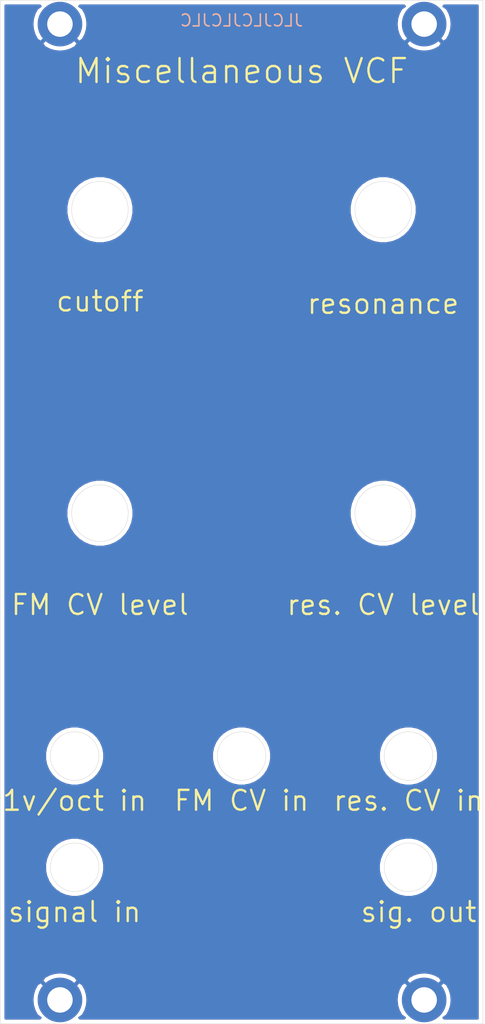
<source format=kicad_pcb>
(kicad_pcb (version 20171130) (host pcbnew 5.1.6-c6e7f7d~87~ubuntu18.04.1)

  (general
    (thickness 1.6)
    (drawings 41)
    (tracks 0)
    (zones 0)
    (modules 4)
    (nets 2)
  )

  (page A4)
  (layers
    (0 F.Cu signal hide)
    (31 B.Cu signal hide)
    (32 B.Adhes user)
    (33 F.Adhes user)
    (34 B.Paste user)
    (35 F.Paste user)
    (36 B.SilkS user)
    (37 F.SilkS user)
    (38 B.Mask user)
    (39 F.Mask user)
    (40 Dwgs.User user)
    (41 Cmts.User user)
    (42 Eco1.User user)
    (43 Eco2.User user)
    (44 Edge.Cuts user)
    (45 Margin user)
    (46 B.CrtYd user)
    (47 F.CrtYd user)
    (48 B.Fab user hide)
    (49 F.Fab user hide)
  )

  (setup
    (last_trace_width 0.25)
    (trace_clearance 0.2)
    (zone_clearance 0.508)
    (zone_45_only no)
    (trace_min 0.2)
    (via_size 0.8)
    (via_drill 0.4)
    (via_min_size 0.4)
    (via_min_drill 0.3)
    (uvia_size 0.3)
    (uvia_drill 0.1)
    (uvias_allowed no)
    (uvia_min_size 0.2)
    (uvia_min_drill 0.1)
    (edge_width 0.05)
    (segment_width 0.2)
    (pcb_text_width 0.3)
    (pcb_text_size 1.5 1.5)
    (mod_edge_width 0.12)
    (mod_text_size 1 1)
    (mod_text_width 0.15)
    (pad_size 1.524 1.524)
    (pad_drill 0.762)
    (pad_to_mask_clearance 0.05)
    (aux_axis_origin 0 0)
    (visible_elements FFFFFF7F)
    (pcbplotparams
      (layerselection 0x010f0_ffffffff)
      (usegerberextensions false)
      (usegerberattributes true)
      (usegerberadvancedattributes true)
      (creategerberjobfile false)
      (excludeedgelayer true)
      (linewidth 0.100000)
      (plotframeref false)
      (viasonmask false)
      (mode 1)
      (useauxorigin false)
      (hpglpennumber 1)
      (hpglpenspeed 20)
      (hpglpendiameter 15.000000)
      (psnegative false)
      (psa4output false)
      (plotreference true)
      (plotvalue true)
      (plotinvisibletext false)
      (padsonsilk false)
      (subtractmaskfromsilk false)
      (outputformat 1)
      (mirror false)
      (drillshape 0)
      (scaleselection 1)
      (outputdirectory "../construction_docs/gerbers/"))
  )

  (net 0 "")
  (net 1 GND)

  (net_class Default "This is the default net class."
    (clearance 0.2)
    (trace_width 0.25)
    (via_dia 0.8)
    (via_drill 0.4)
    (uvia_dia 0.3)
    (uvia_drill 0.1)
    (add_net GND)
  )

  (module MountingHole:MountingHole_3.2mm_M3_DIN965_Pad (layer F.Cu) (tedit 56D1B4CB) (tstamp 5F0CC472)
    (at 53.22 125.5)
    (descr "Mounting Hole 3.2mm, M3, DIN965")
    (tags "mounting hole 3.2mm m3 din965")
    (path /5F0CDCDB)
    (attr virtual)
    (fp_text reference H4 (at 0 -3.8) (layer F.SilkS) hide
      (effects (font (size 1 1) (thickness 0.15)))
    )
    (fp_text value MountingHole_Pad (at 0 3.8) (layer F.Fab)
      (effects (font (size 1 1) (thickness 0.15)))
    )
    (fp_circle (center 0 0) (end 2.8 0) (layer Cmts.User) (width 0.15))
    (fp_circle (center 0 0) (end 3.05 0) (layer F.CrtYd) (width 0.05))
    (fp_text user %R (at 0.3 0) (layer F.Fab)
      (effects (font (size 1 1) (thickness 0.15)))
    )
    (pad 1 thru_hole circle (at 0 0) (size 5.6 5.6) (drill 3.2) (layers *.Cu *.Mask)
      (net 1 GND))
  )

  (module MountingHole:MountingHole_3.2mm_M3_DIN965_Pad (layer F.Cu) (tedit 56D1B4CB) (tstamp 5F0CC46A)
    (at 53.22 3)
    (descr "Mounting Hole 3.2mm, M3, DIN965")
    (tags "mounting hole 3.2mm m3 din965")
    (path /5F0CDCCF)
    (attr virtual)
    (fp_text reference H3 (at 0 -3.8) (layer F.SilkS) hide
      (effects (font (size 1 1) (thickness 0.15)))
    )
    (fp_text value MountingHole_Pad (at 0 3.8) (layer F.Fab)
      (effects (font (size 1 1) (thickness 0.15)))
    )
    (fp_circle (center 0 0) (end 2.8 0) (layer Cmts.User) (width 0.15))
    (fp_circle (center 0 0) (end 3.05 0) (layer F.CrtYd) (width 0.05))
    (fp_text user %R (at 0.3 0) (layer F.Fab)
      (effects (font (size 1 1) (thickness 0.15)))
    )
    (pad 1 thru_hole circle (at 0 0) (size 5.6 5.6) (drill 3.2) (layers *.Cu *.Mask)
      (net 1 GND))
  )

  (module MountingHole:MountingHole_3.2mm_M3_DIN965_Pad (layer F.Cu) (tedit 56D1B4CB) (tstamp 5F0CC462)
    (at 7.5 125.5)
    (descr "Mounting Hole 3.2mm, M3, DIN965")
    (tags "mounting hole 3.2mm m3 din965")
    (path /5F0CD083)
    (attr virtual)
    (fp_text reference H2 (at 0 -3.8) (layer F.SilkS) hide
      (effects (font (size 1 1) (thickness 0.15)))
    )
    (fp_text value MountingHole_Pad (at 0 3.8) (layer F.Fab)
      (effects (font (size 1 1) (thickness 0.15)))
    )
    (fp_circle (center 0 0) (end 2.8 0) (layer Cmts.User) (width 0.15))
    (fp_circle (center 0 0) (end 3.05 0) (layer F.CrtYd) (width 0.05))
    (fp_text user %R (at 0.3 0) (layer F.Fab)
      (effects (font (size 1 1) (thickness 0.15)))
    )
    (pad 1 thru_hole circle (at 0 0) (size 5.6 5.6) (drill 3.2) (layers *.Cu *.Mask)
      (net 1 GND))
  )

  (module MountingHole:MountingHole_3.2mm_M3_DIN965_Pad (layer F.Cu) (tedit 56D1B4CB) (tstamp 5F0CC45A)
    (at 7.5 3)
    (descr "Mounting Hole 3.2mm, M3, DIN965")
    (tags "mounting hole 3.2mm m3 din965")
    (path /5F0CC352)
    (attr virtual)
    (fp_text reference H1 (at 0 -3.8) (layer F.SilkS) hide
      (effects (font (size 1 1) (thickness 0.15)))
    )
    (fp_text value MountingHole_Pad (at 0 3.8) (layer F.Fab)
      (effects (font (size 1 1) (thickness 0.15)))
    )
    (fp_circle (center 0 0) (end 2.8 0) (layer Cmts.User) (width 0.15))
    (fp_circle (center 0 0) (end 3.05 0) (layer F.CrtYd) (width 0.05))
    (fp_text user %R (at 0.3 0) (layer F.Fab)
      (effects (font (size 1 1) (thickness 0.15)))
    )
    (pad 1 thru_hole circle (at 0 0) (size 5.6 5.6) (drill 3.2) (layers *.Cu *.Mask)
      (net 1 GND))
  )

  (gr_text JLCJLCJLCJLC (at 30.3 2.54) (layer B.SilkS)
    (effects (font (size 1.5 1.5) (thickness 0.2)) (justify mirror))
  )
  (gr_line (start 46.655 113.45) (end 55.855 113.45) (layer Dwgs.User) (width 0.15))
  (gr_line (start 55.855 104.25) (end 55.855 113.45) (layer Dwgs.User) (width 0.15))
  (gr_line (start 46.655 104.25) (end 55.855 104.25) (layer Dwgs.User) (width 0.15))
  (gr_line (start 46.655 104.25) (end 46.655 113.45) (layer Dwgs.User) (width 0.15))
  (gr_text "Miscellaneous VCF" (at 30.3 8.89) (layer F.SilkS)
    (effects (font (size 3 3) (thickness 0.3)))
  )
  (gr_text resonance (at 48.08 38.1) (layer F.SilkS)
    (effects (font (size 2.5 2.5) (thickness 0.3)))
  )
  (gr_text cutoff (at 12.52 37.8) (layer F.SilkS)
    (effects (font (size 2.5 2.5) (thickness 0.3)))
  )
  (gr_text "res. CV level" (at 48.08 75.9) (layer F.SilkS)
    (effects (font (size 2.5 2.5) (thickness 0.3)))
  )
  (gr_text "FM CV level" (at 12.52 75.9) (layer F.SilkS)
    (effects (font (size 2.5 2.5) (thickness 0.3)))
  )
  (gr_text "sig. out" (at 52.525 114.45) (layer F.SilkS) (tstamp 5F0CC8EA)
    (effects (font (size 2.5 2.5) (thickness 0.3)))
  )
  (gr_text "signal in" (at 9.345 114.45) (layer F.SilkS)
    (effects (font (size 2.5 2.5) (thickness 0.3)))
  )
  (gr_text "res. CV in" (at 51.255 100.48) (layer F.SilkS)
    (effects (font (size 2.5 2.5) (thickness 0.3)))
  )
  (gr_text "FM CV in" (at 30.3 100.48) (layer F.SilkS)
    (effects (font (size 2.5 2.5) (thickness 0.3)))
  )
  (gr_text "1v/oct in" (at 9.345 100.48) (layer F.SilkS)
    (effects (font (size 2.5 2.5) (thickness 0.3)))
  )
  (gr_circle (center 48.08 26.3) (end 54.43 26.3) (layer Dwgs.User) (width 0.15) (tstamp 5F0CC7B8))
  (gr_circle (center 12.52 26.3) (end 18.87 26.3) (layer Dwgs.User) (width 0.15) (tstamp 5F0CC7B8))
  (gr_circle (center 12.52 64.4) (end 18.87 64.4) (layer Dwgs.User) (width 0.15) (tstamp 5F0CC7B8))
  (gr_circle (center 48.08 64.4) (end 54.43 64.4) (layer Dwgs.User) (width 0.15))
  (gr_circle (center 9.345 108.85) (end 13.345 108.85) (layer Dwgs.User) (width 0.15) (tstamp 5F0CC761))
  (gr_circle (center 51.255 108.85) (end 55.255 108.85) (layer Dwgs.User) (width 0.15) (tstamp 5F0CC761))
  (gr_circle (center 51.255 94.88) (end 55.255 94.88) (layer Dwgs.User) (width 0.15) (tstamp 5F0CC761))
  (gr_circle (center 30.3 94.88) (end 34.3 94.88) (layer Dwgs.User) (width 0.15) (tstamp 5F0CC761))
  (gr_circle (center 9.345 94.88) (end 13.345 94.88) (layer Dwgs.User) (width 0.15))
  (gr_circle (center 51.255 108.85) (end 54.305 108.85) (layer Edge.Cuts) (width 0.05) (tstamp 5F0CC58E))
  (gr_circle (center 9.345 108.85) (end 12.395 108.85) (layer Edge.Cuts) (width 0.05) (tstamp 5F0CC58E))
  (gr_circle (center 51.255 94.88) (end 54.305 94.88) (layer Edge.Cuts) (width 0.05) (tstamp 5F0CC58E))
  (gr_circle (center 30.3 94.88) (end 33.35 94.88) (layer Edge.Cuts) (width 0.05) (tstamp 5F0CC58E))
  (gr_circle (center 9.345 94.88) (end 12.395 94.88) (layer Edge.Cuts) (width 0.05) (tstamp 5F0CC586))
  (gr_circle (center 48.08 64.4) (end 51.63 64.4) (layer Edge.Cuts) (width 0.05) (tstamp 5F0CC586))
  (gr_circle (center 12.52 64.4) (end 16.07 64.4) (layer Edge.Cuts) (width 0.05) (tstamp 5F0CC586))
  (gr_circle (center 48.08 26.3) (end 51.63 26.3) (layer Edge.Cuts) (width 0.05) (tstamp 5F0CC586))
  (gr_circle (center 12.52 26.3) (end 16.07 26.3) (layer Edge.Cuts) (width 0.05))
  (gr_line (start 1.09 113.93) (end 59.48 113.93) (layer Dwgs.User) (width 0.15))
  (gr_line (start 59.48 14.87) (end 59.48 113.93) (layer Dwgs.User) (width 0.15))
  (gr_line (start 1.09 14.87) (end 59.48 14.87) (layer Dwgs.User) (width 0.15))
  (gr_line (start 1.09 14.87) (end 1.09 113.93) (layer Dwgs.User) (width 0.15))
  (gr_line (start 60.6 0) (end 60.6 128.5) (layer Edge.Cuts) (width 0.05))
  (gr_line (start 0 128.5) (end 60.6 128.5) (layer Edge.Cuts) (width 0.05))
  (gr_line (start 0 0) (end 60.6 0) (layer Edge.Cuts) (width 0.05))
  (gr_line (start 0 0) (end 0 128.5) (layer Edge.Cuts) (width 0.05))

  (zone (net 1) (net_name GND) (layer F.Cu) (tstamp 5F220106) (hatch edge 0.508)
    (connect_pads (clearance 0.508))
    (min_thickness 0.254)
    (fill yes (arc_segments 32) (thermal_gap 0.508) (thermal_bridge_width 0.508))
    (polygon
      (pts
        (xy 63.5 129.54) (xy -2.54 129.54) (xy -2.54 -2.54) (xy 63.5 -2.54)
      )
    )
    (filled_polygon
      (pts
        (xy 5.083517 0.763125) (xy 4.634823 1.075308) (xy 4.314388 1.671259) (xy 4.116374 2.318273) (xy 4.04839 2.991484)
        (xy 4.113051 3.665023) (xy 4.30787 4.313006) (xy 4.625361 4.91053) (xy 4.634823 4.924692) (xy 5.083519 5.236876)
        (xy 7.320395 3) (xy 7.306253 2.985858) (xy 7.485858 2.806253) (xy 7.5 2.820395) (xy 7.514143 2.806253)
        (xy 7.693748 2.985858) (xy 7.679605 3) (xy 9.916481 5.236876) (xy 10.365177 4.924692) (xy 10.685612 4.328741)
        (xy 10.883626 3.681727) (xy 10.95161 3.008516) (xy 10.886949 2.334977) (xy 10.69213 1.686994) (xy 10.374639 1.08947)
        (xy 10.365177 1.075308) (xy 9.916483 0.763125) (xy 10.019608 0.66) (xy 50.700392 0.66) (xy 50.803517 0.763125)
        (xy 50.354823 1.075308) (xy 50.034388 1.671259) (xy 49.836374 2.318273) (xy 49.76839 2.991484) (xy 49.833051 3.665023)
        (xy 50.02787 4.313006) (xy 50.345361 4.91053) (xy 50.354823 4.924692) (xy 50.803519 5.236876) (xy 53.040395 3)
        (xy 53.026253 2.985858) (xy 53.205858 2.806253) (xy 53.22 2.820395) (xy 53.234143 2.806253) (xy 53.413748 2.985858)
        (xy 53.399605 3) (xy 55.636481 5.236876) (xy 56.085177 4.924692) (xy 56.405612 4.328741) (xy 56.603626 3.681727)
        (xy 56.67161 3.008516) (xy 56.606949 2.334977) (xy 56.41213 1.686994) (xy 56.094639 1.08947) (xy 56.085177 1.075308)
        (xy 55.636483 0.763125) (xy 55.739608 0.66) (xy 59.94 0.66) (xy 59.940001 127.84) (xy 55.739608 127.84)
        (xy 55.636483 127.736875) (xy 56.085177 127.424692) (xy 56.405612 126.828741) (xy 56.603626 126.181727) (xy 56.67161 125.508516)
        (xy 56.606949 124.834977) (xy 56.41213 124.186994) (xy 56.094639 123.58947) (xy 56.085177 123.575308) (xy 55.636481 123.263124)
        (xy 53.399605 125.5) (xy 53.413748 125.514143) (xy 53.234143 125.693748) (xy 53.22 125.679605) (xy 53.205858 125.693748)
        (xy 53.026253 125.514143) (xy 53.040395 125.5) (xy 50.803519 123.263124) (xy 50.354823 123.575308) (xy 50.034388 124.171259)
        (xy 49.836374 124.818273) (xy 49.76839 125.491484) (xy 49.833051 126.165023) (xy 50.02787 126.813006) (xy 50.345361 127.41053)
        (xy 50.354823 127.424692) (xy 50.803517 127.736875) (xy 50.700392 127.84) (xy 10.019608 127.84) (xy 9.916483 127.736875)
        (xy 10.365177 127.424692) (xy 10.685612 126.828741) (xy 10.883626 126.181727) (xy 10.95161 125.508516) (xy 10.886949 124.834977)
        (xy 10.69213 124.186994) (xy 10.374639 123.58947) (xy 10.365177 123.575308) (xy 9.916481 123.263124) (xy 7.679605 125.5)
        (xy 7.693748 125.514143) (xy 7.514143 125.693748) (xy 7.5 125.679605) (xy 7.485858 125.693748) (xy 7.306253 125.514143)
        (xy 7.320395 125.5) (xy 5.083519 123.263124) (xy 4.634823 123.575308) (xy 4.314388 124.171259) (xy 4.116374 124.818273)
        (xy 4.04839 125.491484) (xy 4.113051 126.165023) (xy 4.30787 126.813006) (xy 4.625361 127.41053) (xy 4.634823 127.424692)
        (xy 5.083517 127.736875) (xy 4.980392 127.84) (xy 0.66 127.84) (xy 0.66 123.083519) (xy 5.263124 123.083519)
        (xy 7.5 125.320395) (xy 9.736876 123.083519) (xy 50.983124 123.083519) (xy 53.22 125.320395) (xy 55.456876 123.083519)
        (xy 55.144692 122.634823) (xy 54.548741 122.314388) (xy 53.901727 122.116374) (xy 53.228516 122.04839) (xy 52.554977 122.113051)
        (xy 51.906994 122.30787) (xy 51.30947 122.625361) (xy 51.295308 122.634823) (xy 50.983124 123.083519) (xy 9.736876 123.083519)
        (xy 9.424692 122.634823) (xy 8.828741 122.314388) (xy 8.181727 122.116374) (xy 7.508516 122.04839) (xy 6.834977 122.113051)
        (xy 6.186994 122.30787) (xy 5.58947 122.625361) (xy 5.575308 122.634823) (xy 5.263124 123.083519) (xy 0.66 123.083519)
        (xy 0.66 113.449934) (xy 46.528 113.449934) (xy 46.53044 113.474776) (xy 46.537667 113.498601) (xy 46.549403 113.520557)
        (xy 46.565197 113.539803) (xy 46.584443 113.555597) (xy 46.606399 113.567333) (xy 46.630224 113.57456) (xy 46.655 113.577)
        (xy 55.855 113.577) (xy 55.879776 113.57456) (xy 55.903601 113.567333) (xy 55.925557 113.555597) (xy 55.944803 113.539803)
        (xy 55.960597 113.520557) (xy 55.972333 113.498601) (xy 55.97956 113.474776) (xy 55.982 113.45) (xy 55.982 104.25)
        (xy 55.979582 104.225337) (xy 55.972377 104.201506) (xy 55.960661 104.179539) (xy 55.944885 104.16028) (xy 55.925654 104.144468)
        (xy 55.903708 104.132712) (xy 55.87989 104.125463) (xy 55.855116 104.123) (xy 46.659916 104.1146) (xy 46.635088 104.117027)
        (xy 46.61126 104.124242) (xy 46.589298 104.135967) (xy 46.570044 104.151751) (xy 46.55424 104.170988) (xy 46.542493 104.192938)
        (xy 46.535253 104.216759) (xy 46.5328 104.241534) (xy 46.528 113.449934) (xy 0.66 113.449934) (xy 0.66 108.484396)
        (xy 5.632961 108.484396) (xy 5.632961 109.215604) (xy 5.775613 109.932762) (xy 6.055434 110.60831) (xy 6.461671 111.216287)
        (xy 6.978713 111.733329) (xy 7.58669 112.139566) (xy 8.262238 112.419387) (xy 8.979396 112.562039) (xy 9.710604 112.562039)
        (xy 10.427762 112.419387) (xy 11.10331 112.139566) (xy 11.711287 111.733329) (xy 12.228329 111.216287) (xy 12.634566 110.60831)
        (xy 12.914387 109.932762) (xy 13.057039 109.215604) (xy 13.057039 108.484396) (xy 12.914387 107.767238) (xy 12.634566 107.09169)
        (xy 12.228329 106.483713) (xy 11.711287 105.966671) (xy 11.10331 105.560434) (xy 10.427762 105.280613) (xy 9.710604 105.137961)
        (xy 8.979396 105.137961) (xy 8.262238 105.280613) (xy 7.58669 105.560434) (xy 6.978713 105.966671) (xy 6.461671 106.483713)
        (xy 6.055434 107.09169) (xy 5.775613 107.767238) (xy 5.632961 108.484396) (xy 0.66 108.484396) (xy 0.66 94.514396)
        (xy 5.632961 94.514396) (xy 5.632961 95.245604) (xy 5.775613 95.962762) (xy 6.055434 96.63831) (xy 6.461671 97.246287)
        (xy 6.978713 97.763329) (xy 7.58669 98.169566) (xy 8.262238 98.449387) (xy 8.979396 98.592039) (xy 9.710604 98.592039)
        (xy 10.427762 98.449387) (xy 11.10331 98.169566) (xy 11.711287 97.763329) (xy 12.228329 97.246287) (xy 12.634566 96.63831)
        (xy 12.914387 95.962762) (xy 13.057039 95.245604) (xy 13.057039 94.514396) (xy 26.587961 94.514396) (xy 26.587961 95.245604)
        (xy 26.730613 95.962762) (xy 27.010434 96.63831) (xy 27.416671 97.246287) (xy 27.933713 97.763329) (xy 28.54169 98.169566)
        (xy 29.217238 98.449387) (xy 29.934396 98.592039) (xy 30.665604 98.592039) (xy 31.382762 98.449387) (xy 32.05831 98.169566)
        (xy 32.666287 97.763329) (xy 33.183329 97.246287) (xy 33.589566 96.63831) (xy 33.869387 95.962762) (xy 34.012039 95.245604)
        (xy 34.012039 94.514396) (xy 47.542961 94.514396) (xy 47.542961 95.245604) (xy 47.685613 95.962762) (xy 47.965434 96.63831)
        (xy 48.371671 97.246287) (xy 48.888713 97.763329) (xy 49.49669 98.169566) (xy 50.172238 98.449387) (xy 50.889396 98.592039)
        (xy 51.620604 98.592039) (xy 52.337762 98.449387) (xy 53.01331 98.169566) (xy 53.621287 97.763329) (xy 54.138329 97.246287)
        (xy 54.544566 96.63831) (xy 54.824387 95.962762) (xy 54.967039 95.245604) (xy 54.967039 94.514396) (xy 54.824387 93.797238)
        (xy 54.544566 93.12169) (xy 54.138329 92.513713) (xy 53.621287 91.996671) (xy 53.01331 91.590434) (xy 52.337762 91.310613)
        (xy 51.620604 91.167961) (xy 50.889396 91.167961) (xy 50.172238 91.310613) (xy 49.49669 91.590434) (xy 48.888713 91.996671)
        (xy 48.371671 92.513713) (xy 47.965434 93.12169) (xy 47.685613 93.797238) (xy 47.542961 94.514396) (xy 34.012039 94.514396)
        (xy 33.869387 93.797238) (xy 33.589566 93.12169) (xy 33.183329 92.513713) (xy 32.666287 91.996671) (xy 32.05831 91.590434)
        (xy 31.382762 91.310613) (xy 30.665604 91.167961) (xy 29.934396 91.167961) (xy 29.217238 91.310613) (xy 28.54169 91.590434)
        (xy 27.933713 91.996671) (xy 27.416671 92.513713) (xy 27.010434 93.12169) (xy 26.730613 93.797238) (xy 26.587961 94.514396)
        (xy 13.057039 94.514396) (xy 12.914387 93.797238) (xy 12.634566 93.12169) (xy 12.228329 92.513713) (xy 11.711287 91.996671)
        (xy 11.10331 91.590434) (xy 10.427762 91.310613) (xy 9.710604 91.167961) (xy 8.979396 91.167961) (xy 8.262238 91.310613)
        (xy 7.58669 91.590434) (xy 6.978713 91.996671) (xy 6.461671 92.513713) (xy 6.055434 93.12169) (xy 5.775613 93.797238)
        (xy 5.632961 94.514396) (xy 0.66 94.514396) (xy 0.66 63.985387) (xy 8.310369 63.985387) (xy 8.310369 64.814613)
        (xy 8.472142 65.627904) (xy 8.789473 66.394008) (xy 9.250166 67.083484) (xy 9.836516 67.669834) (xy 10.525992 68.130527)
        (xy 11.292096 68.447858) (xy 12.105387 68.609631) (xy 12.934613 68.609631) (xy 13.747904 68.447858) (xy 14.514008 68.130527)
        (xy 15.203484 67.669834) (xy 15.789834 67.083484) (xy 16.250527 66.394008) (xy 16.567858 65.627904) (xy 16.729631 64.814613)
        (xy 16.729631 63.985387) (xy 43.870369 63.985387) (xy 43.870369 64.814613) (xy 44.032142 65.627904) (xy 44.349473 66.394008)
        (xy 44.810166 67.083484) (xy 45.396516 67.669834) (xy 46.085992 68.130527) (xy 46.852096 68.447858) (xy 47.665387 68.609631)
        (xy 48.494613 68.609631) (xy 49.307904 68.447858) (xy 50.074008 68.130527) (xy 50.763484 67.669834) (xy 51.349834 67.083484)
        (xy 51.810527 66.394008) (xy 52.127858 65.627904) (xy 52.289631 64.814613) (xy 52.289631 63.985387) (xy 52.127858 63.172096)
        (xy 51.810527 62.405992) (xy 51.349834 61.716516) (xy 50.763484 61.130166) (xy 50.074008 60.669473) (xy 49.307904 60.352142)
        (xy 48.494613 60.190369) (xy 47.665387 60.190369) (xy 46.852096 60.352142) (xy 46.085992 60.669473) (xy 45.396516 61.130166)
        (xy 44.810166 61.716516) (xy 44.349473 62.405992) (xy 44.032142 63.172096) (xy 43.870369 63.985387) (xy 16.729631 63.985387)
        (xy 16.567858 63.172096) (xy 16.250527 62.405992) (xy 15.789834 61.716516) (xy 15.203484 61.130166) (xy 14.514008 60.669473)
        (xy 13.747904 60.352142) (xy 12.934613 60.190369) (xy 12.105387 60.190369) (xy 11.292096 60.352142) (xy 10.525992 60.669473)
        (xy 9.836516 61.130166) (xy 9.250166 61.716516) (xy 8.789473 62.405992) (xy 8.472142 63.172096) (xy 8.310369 63.985387)
        (xy 0.66 63.985387) (xy 0.66 25.885387) (xy 8.310369 25.885387) (xy 8.310369 26.714613) (xy 8.472142 27.527904)
        (xy 8.789473 28.294008) (xy 9.250166 28.983484) (xy 9.836516 29.569834) (xy 10.525992 30.030527) (xy 11.292096 30.347858)
        (xy 12.105387 30.509631) (xy 12.934613 30.509631) (xy 13.747904 30.347858) (xy 14.514008 30.030527) (xy 15.203484 29.569834)
        (xy 15.789834 28.983484) (xy 16.250527 28.294008) (xy 16.567858 27.527904) (xy 16.729631 26.714613) (xy 16.729631 25.885387)
        (xy 43.870369 25.885387) (xy 43.870369 26.714613) (xy 44.032142 27.527904) (xy 44.349473 28.294008) (xy 44.810166 28.983484)
        (xy 45.396516 29.569834) (xy 46.085992 30.030527) (xy 46.852096 30.347858) (xy 47.665387 30.509631) (xy 48.494613 30.509631)
        (xy 49.307904 30.347858) (xy 50.074008 30.030527) (xy 50.763484 29.569834) (xy 51.349834 28.983484) (xy 51.810527 28.294008)
        (xy 52.127858 27.527904) (xy 52.289631 26.714613) (xy 52.289631 25.885387) (xy 52.127858 25.072096) (xy 51.810527 24.305992)
        (xy 51.349834 23.616516) (xy 50.763484 23.030166) (xy 50.074008 22.569473) (xy 49.307904 22.252142) (xy 48.494613 22.090369)
        (xy 47.665387 22.090369) (xy 46.852096 22.252142) (xy 46.085992 22.569473) (xy 45.396516 23.030166) (xy 44.810166 23.616516)
        (xy 44.349473 24.305992) (xy 44.032142 25.072096) (xy 43.870369 25.885387) (xy 16.729631 25.885387) (xy 16.567858 25.072096)
        (xy 16.250527 24.305992) (xy 15.789834 23.616516) (xy 15.203484 23.030166) (xy 14.514008 22.569473) (xy 13.747904 22.252142)
        (xy 12.934613 22.090369) (xy 12.105387 22.090369) (xy 11.292096 22.252142) (xy 10.525992 22.569473) (xy 9.836516 23.030166)
        (xy 9.250166 23.616516) (xy 8.789473 24.305992) (xy 8.472142 25.072096) (xy 8.310369 25.885387) (xy 0.66 25.885387)
        (xy 0.66 5.416481) (xy 5.263124 5.416481) (xy 5.575308 5.865177) (xy 6.171259 6.185612) (xy 6.818273 6.383626)
        (xy 7.491484 6.45161) (xy 8.165023 6.386949) (xy 8.813006 6.19213) (xy 9.41053 5.874639) (xy 9.424692 5.865177)
        (xy 9.736876 5.416481) (xy 50.983124 5.416481) (xy 51.295308 5.865177) (xy 51.891259 6.185612) (xy 52.538273 6.383626)
        (xy 53.211484 6.45161) (xy 53.885023 6.386949) (xy 54.533006 6.19213) (xy 55.13053 5.874639) (xy 55.144692 5.865177)
        (xy 55.456876 5.416481) (xy 53.22 3.179605) (xy 50.983124 5.416481) (xy 9.736876 5.416481) (xy 7.5 3.179605)
        (xy 5.263124 5.416481) (xy 0.66 5.416481) (xy 0.66 0.66) (xy 4.980392 0.66)
      )
    )
  )
  (zone (net 1) (net_name GND) (layer B.Cu) (tstamp 5F220103) (hatch edge 0.508)
    (connect_pads (clearance 0.508))
    (min_thickness 0.254)
    (fill yes (arc_segments 32) (thermal_gap 0.508) (thermal_bridge_width 0.508))
    (polygon
      (pts
        (xy 66.04 132.08) (xy -5.08 132.08) (xy -5.08 -5.08) (xy 66.04 -5.08)
      )
    )
    (filled_polygon
      (pts
        (xy 5.083517 0.763125) (xy 4.634823 1.075308) (xy 4.314388 1.671259) (xy 4.116374 2.318273) (xy 4.04839 2.991484)
        (xy 4.113051 3.665023) (xy 4.30787 4.313006) (xy 4.625361 4.91053) (xy 4.634823 4.924692) (xy 5.083519 5.236876)
        (xy 7.320395 3) (xy 7.306253 2.985858) (xy 7.485858 2.806253) (xy 7.5 2.820395) (xy 7.514143 2.806253)
        (xy 7.693748 2.985858) (xy 7.679605 3) (xy 9.916481 5.236876) (xy 10.365177 4.924692) (xy 10.685612 4.328741)
        (xy 10.883626 3.681727) (xy 10.95161 3.008516) (xy 10.886949 2.334977) (xy 10.69213 1.686994) (xy 10.374639 1.08947)
        (xy 10.365177 1.075308) (xy 9.916483 0.763125) (xy 10.019608 0.66) (xy 50.700392 0.66) (xy 50.803517 0.763125)
        (xy 50.354823 1.075308) (xy 50.034388 1.671259) (xy 49.836374 2.318273) (xy 49.76839 2.991484) (xy 49.833051 3.665023)
        (xy 50.02787 4.313006) (xy 50.345361 4.91053) (xy 50.354823 4.924692) (xy 50.803519 5.236876) (xy 53.040395 3)
        (xy 53.026253 2.985858) (xy 53.205858 2.806253) (xy 53.22 2.820395) (xy 53.234143 2.806253) (xy 53.413748 2.985858)
        (xy 53.399605 3) (xy 55.636481 5.236876) (xy 56.085177 4.924692) (xy 56.405612 4.328741) (xy 56.603626 3.681727)
        (xy 56.67161 3.008516) (xy 56.606949 2.334977) (xy 56.41213 1.686994) (xy 56.094639 1.08947) (xy 56.085177 1.075308)
        (xy 55.636483 0.763125) (xy 55.739608 0.66) (xy 59.94 0.66) (xy 59.940001 127.84) (xy 55.739608 127.84)
        (xy 55.636483 127.736875) (xy 56.085177 127.424692) (xy 56.405612 126.828741) (xy 56.603626 126.181727) (xy 56.67161 125.508516)
        (xy 56.606949 124.834977) (xy 56.41213 124.186994) (xy 56.094639 123.58947) (xy 56.085177 123.575308) (xy 55.636481 123.263124)
        (xy 53.399605 125.5) (xy 53.413748 125.514143) (xy 53.234143 125.693748) (xy 53.22 125.679605) (xy 53.205858 125.693748)
        (xy 53.026253 125.514143) (xy 53.040395 125.5) (xy 50.803519 123.263124) (xy 50.354823 123.575308) (xy 50.034388 124.171259)
        (xy 49.836374 124.818273) (xy 49.76839 125.491484) (xy 49.833051 126.165023) (xy 50.02787 126.813006) (xy 50.345361 127.41053)
        (xy 50.354823 127.424692) (xy 50.803517 127.736875) (xy 50.700392 127.84) (xy 10.019608 127.84) (xy 9.916483 127.736875)
        (xy 10.365177 127.424692) (xy 10.685612 126.828741) (xy 10.883626 126.181727) (xy 10.95161 125.508516) (xy 10.886949 124.834977)
        (xy 10.69213 124.186994) (xy 10.374639 123.58947) (xy 10.365177 123.575308) (xy 9.916481 123.263124) (xy 7.679605 125.5)
        (xy 7.693748 125.514143) (xy 7.514143 125.693748) (xy 7.5 125.679605) (xy 7.485858 125.693748) (xy 7.306253 125.514143)
        (xy 7.320395 125.5) (xy 5.083519 123.263124) (xy 4.634823 123.575308) (xy 4.314388 124.171259) (xy 4.116374 124.818273)
        (xy 4.04839 125.491484) (xy 4.113051 126.165023) (xy 4.30787 126.813006) (xy 4.625361 127.41053) (xy 4.634823 127.424692)
        (xy 5.083517 127.736875) (xy 4.980392 127.84) (xy 0.66 127.84) (xy 0.66 123.083519) (xy 5.263124 123.083519)
        (xy 7.5 125.320395) (xy 9.736876 123.083519) (xy 50.983124 123.083519) (xy 53.22 125.320395) (xy 55.456876 123.083519)
        (xy 55.144692 122.634823) (xy 54.548741 122.314388) (xy 53.901727 122.116374) (xy 53.228516 122.04839) (xy 52.554977 122.113051)
        (xy 51.906994 122.30787) (xy 51.30947 122.625361) (xy 51.295308 122.634823) (xy 50.983124 123.083519) (xy 9.736876 123.083519)
        (xy 9.424692 122.634823) (xy 8.828741 122.314388) (xy 8.181727 122.116374) (xy 7.508516 122.04839) (xy 6.834977 122.113051)
        (xy 6.186994 122.30787) (xy 5.58947 122.625361) (xy 5.575308 122.634823) (xy 5.263124 123.083519) (xy 0.66 123.083519)
        (xy 0.66 108.484396) (xy 5.632961 108.484396) (xy 5.632961 109.215604) (xy 5.775613 109.932762) (xy 6.055434 110.60831)
        (xy 6.461671 111.216287) (xy 6.978713 111.733329) (xy 7.58669 112.139566) (xy 8.262238 112.419387) (xy 8.979396 112.562039)
        (xy 9.710604 112.562039) (xy 10.427762 112.419387) (xy 11.10331 112.139566) (xy 11.711287 111.733329) (xy 12.228329 111.216287)
        (xy 12.634566 110.60831) (xy 12.914387 109.932762) (xy 13.057039 109.215604) (xy 13.057039 108.484396) (xy 47.542961 108.484396)
        (xy 47.542961 109.215604) (xy 47.685613 109.932762) (xy 47.965434 110.60831) (xy 48.371671 111.216287) (xy 48.888713 111.733329)
        (xy 49.49669 112.139566) (xy 50.172238 112.419387) (xy 50.889396 112.562039) (xy 51.620604 112.562039) (xy 52.337762 112.419387)
        (xy 53.01331 112.139566) (xy 53.621287 111.733329) (xy 54.138329 111.216287) (xy 54.544566 110.60831) (xy 54.824387 109.932762)
        (xy 54.967039 109.215604) (xy 54.967039 108.484396) (xy 54.824387 107.767238) (xy 54.544566 107.09169) (xy 54.138329 106.483713)
        (xy 53.621287 105.966671) (xy 53.01331 105.560434) (xy 52.337762 105.280613) (xy 51.620604 105.137961) (xy 50.889396 105.137961)
        (xy 50.172238 105.280613) (xy 49.49669 105.560434) (xy 48.888713 105.966671) (xy 48.371671 106.483713) (xy 47.965434 107.09169)
        (xy 47.685613 107.767238) (xy 47.542961 108.484396) (xy 13.057039 108.484396) (xy 12.914387 107.767238) (xy 12.634566 107.09169)
        (xy 12.228329 106.483713) (xy 11.711287 105.966671) (xy 11.10331 105.560434) (xy 10.427762 105.280613) (xy 9.710604 105.137961)
        (xy 8.979396 105.137961) (xy 8.262238 105.280613) (xy 7.58669 105.560434) (xy 6.978713 105.966671) (xy 6.461671 106.483713)
        (xy 6.055434 107.09169) (xy 5.775613 107.767238) (xy 5.632961 108.484396) (xy 0.66 108.484396) (xy 0.66 94.514396)
        (xy 5.632961 94.514396) (xy 5.632961 95.245604) (xy 5.775613 95.962762) (xy 6.055434 96.63831) (xy 6.461671 97.246287)
        (xy 6.978713 97.763329) (xy 7.58669 98.169566) (xy 8.262238 98.449387) (xy 8.979396 98.592039) (xy 9.710604 98.592039)
        (xy 10.427762 98.449387) (xy 11.10331 98.169566) (xy 11.711287 97.763329) (xy 12.228329 97.246287) (xy 12.634566 96.63831)
        (xy 12.914387 95.962762) (xy 13.057039 95.245604) (xy 13.057039 94.514396) (xy 26.587961 94.514396) (xy 26.587961 95.245604)
        (xy 26.730613 95.962762) (xy 27.010434 96.63831) (xy 27.416671 97.246287) (xy 27.933713 97.763329) (xy 28.54169 98.169566)
        (xy 29.217238 98.449387) (xy 29.934396 98.592039) (xy 30.665604 98.592039) (xy 31.382762 98.449387) (xy 32.05831 98.169566)
        (xy 32.666287 97.763329) (xy 33.183329 97.246287) (xy 33.589566 96.63831) (xy 33.869387 95.962762) (xy 34.012039 95.245604)
        (xy 34.012039 94.514396) (xy 47.542961 94.514396) (xy 47.542961 95.245604) (xy 47.685613 95.962762) (xy 47.965434 96.63831)
        (xy 48.371671 97.246287) (xy 48.888713 97.763329) (xy 49.49669 98.169566) (xy 50.172238 98.449387) (xy 50.889396 98.592039)
        (xy 51.620604 98.592039) (xy 52.337762 98.449387) (xy 53.01331 98.169566) (xy 53.621287 97.763329) (xy 54.138329 97.246287)
        (xy 54.544566 96.63831) (xy 54.824387 95.962762) (xy 54.967039 95.245604) (xy 54.967039 94.514396) (xy 54.824387 93.797238)
        (xy 54.544566 93.12169) (xy 54.138329 92.513713) (xy 53.621287 91.996671) (xy 53.01331 91.590434) (xy 52.337762 91.310613)
        (xy 51.620604 91.167961) (xy 50.889396 91.167961) (xy 50.172238 91.310613) (xy 49.49669 91.590434) (xy 48.888713 91.996671)
        (xy 48.371671 92.513713) (xy 47.965434 93.12169) (xy 47.685613 93.797238) (xy 47.542961 94.514396) (xy 34.012039 94.514396)
        (xy 33.869387 93.797238) (xy 33.589566 93.12169) (xy 33.183329 92.513713) (xy 32.666287 91.996671) (xy 32.05831 91.590434)
        (xy 31.382762 91.310613) (xy 30.665604 91.167961) (xy 29.934396 91.167961) (xy 29.217238 91.310613) (xy 28.54169 91.590434)
        (xy 27.933713 91.996671) (xy 27.416671 92.513713) (xy 27.010434 93.12169) (xy 26.730613 93.797238) (xy 26.587961 94.514396)
        (xy 13.057039 94.514396) (xy 12.914387 93.797238) (xy 12.634566 93.12169) (xy 12.228329 92.513713) (xy 11.711287 91.996671)
        (xy 11.10331 91.590434) (xy 10.427762 91.310613) (xy 9.710604 91.167961) (xy 8.979396 91.167961) (xy 8.262238 91.310613)
        (xy 7.58669 91.590434) (xy 6.978713 91.996671) (xy 6.461671 92.513713) (xy 6.055434 93.12169) (xy 5.775613 93.797238)
        (xy 5.632961 94.514396) (xy 0.66 94.514396) (xy 0.66 63.985387) (xy 8.310369 63.985387) (xy 8.310369 64.814613)
        (xy 8.472142 65.627904) (xy 8.789473 66.394008) (xy 9.250166 67.083484) (xy 9.836516 67.669834) (xy 10.525992 68.130527)
        (xy 11.292096 68.447858) (xy 12.105387 68.609631) (xy 12.934613 68.609631) (xy 13.747904 68.447858) (xy 14.514008 68.130527)
        (xy 15.203484 67.669834) (xy 15.789834 67.083484) (xy 16.250527 66.394008) (xy 16.567858 65.627904) (xy 16.729631 64.814613)
        (xy 16.729631 63.985387) (xy 43.870369 63.985387) (xy 43.870369 64.814613) (xy 44.032142 65.627904) (xy 44.349473 66.394008)
        (xy 44.810166 67.083484) (xy 45.396516 67.669834) (xy 46.085992 68.130527) (xy 46.852096 68.447858) (xy 47.665387 68.609631)
        (xy 48.494613 68.609631) (xy 49.307904 68.447858) (xy 50.074008 68.130527) (xy 50.763484 67.669834) (xy 51.349834 67.083484)
        (xy 51.810527 66.394008) (xy 52.127858 65.627904) (xy 52.289631 64.814613) (xy 52.289631 63.985387) (xy 52.127858 63.172096)
        (xy 51.810527 62.405992) (xy 51.349834 61.716516) (xy 50.763484 61.130166) (xy 50.074008 60.669473) (xy 49.307904 60.352142)
        (xy 48.494613 60.190369) (xy 47.665387 60.190369) (xy 46.852096 60.352142) (xy 46.085992 60.669473) (xy 45.396516 61.130166)
        (xy 44.810166 61.716516) (xy 44.349473 62.405992) (xy 44.032142 63.172096) (xy 43.870369 63.985387) (xy 16.729631 63.985387)
        (xy 16.567858 63.172096) (xy 16.250527 62.405992) (xy 15.789834 61.716516) (xy 15.203484 61.130166) (xy 14.514008 60.669473)
        (xy 13.747904 60.352142) (xy 12.934613 60.190369) (xy 12.105387 60.190369) (xy 11.292096 60.352142) (xy 10.525992 60.669473)
        (xy 9.836516 61.130166) (xy 9.250166 61.716516) (xy 8.789473 62.405992) (xy 8.472142 63.172096) (xy 8.310369 63.985387)
        (xy 0.66 63.985387) (xy 0.66 25.885387) (xy 8.310369 25.885387) (xy 8.310369 26.714613) (xy 8.472142 27.527904)
        (xy 8.789473 28.294008) (xy 9.250166 28.983484) (xy 9.836516 29.569834) (xy 10.525992 30.030527) (xy 11.292096 30.347858)
        (xy 12.105387 30.509631) (xy 12.934613 30.509631) (xy 13.747904 30.347858) (xy 14.514008 30.030527) (xy 15.203484 29.569834)
        (xy 15.789834 28.983484) (xy 16.250527 28.294008) (xy 16.567858 27.527904) (xy 16.729631 26.714613) (xy 16.729631 25.885387)
        (xy 43.870369 25.885387) (xy 43.870369 26.714613) (xy 44.032142 27.527904) (xy 44.349473 28.294008) (xy 44.810166 28.983484)
        (xy 45.396516 29.569834) (xy 46.085992 30.030527) (xy 46.852096 30.347858) (xy 47.665387 30.509631) (xy 48.494613 30.509631)
        (xy 49.307904 30.347858) (xy 50.074008 30.030527) (xy 50.763484 29.569834) (xy 51.349834 28.983484) (xy 51.810527 28.294008)
        (xy 52.127858 27.527904) (xy 52.289631 26.714613) (xy 52.289631 25.885387) (xy 52.127858 25.072096) (xy 51.810527 24.305992)
        (xy 51.349834 23.616516) (xy 50.763484 23.030166) (xy 50.074008 22.569473) (xy 49.307904 22.252142) (xy 48.494613 22.090369)
        (xy 47.665387 22.090369) (xy 46.852096 22.252142) (xy 46.085992 22.569473) (xy 45.396516 23.030166) (xy 44.810166 23.616516)
        (xy 44.349473 24.305992) (xy 44.032142 25.072096) (xy 43.870369 25.885387) (xy 16.729631 25.885387) (xy 16.567858 25.072096)
        (xy 16.250527 24.305992) (xy 15.789834 23.616516) (xy 15.203484 23.030166) (xy 14.514008 22.569473) (xy 13.747904 22.252142)
        (xy 12.934613 22.090369) (xy 12.105387 22.090369) (xy 11.292096 22.252142) (xy 10.525992 22.569473) (xy 9.836516 23.030166)
        (xy 9.250166 23.616516) (xy 8.789473 24.305992) (xy 8.472142 25.072096) (xy 8.310369 25.885387) (xy 0.66 25.885387)
        (xy 0.66 5.416481) (xy 5.263124 5.416481) (xy 5.575308 5.865177) (xy 6.171259 6.185612) (xy 6.818273 6.383626)
        (xy 7.491484 6.45161) (xy 8.165023 6.386949) (xy 8.813006 6.19213) (xy 9.41053 5.874639) (xy 9.424692 5.865177)
        (xy 9.736876 5.416481) (xy 50.983124 5.416481) (xy 51.295308 5.865177) (xy 51.891259 6.185612) (xy 52.538273 6.383626)
        (xy 53.211484 6.45161) (xy 53.885023 6.386949) (xy 54.533006 6.19213) (xy 55.13053 5.874639) (xy 55.144692 5.865177)
        (xy 55.456876 5.416481) (xy 53.22 3.179605) (xy 50.983124 5.416481) (xy 9.736876 5.416481) (xy 7.5 3.179605)
        (xy 5.263124 5.416481) (xy 0.66 5.416481) (xy 0.66 0.66) (xy 4.980392 0.66)
      )
    )
  )
  (zone (net 0) (net_name "") (layer F.Cu) (tstamp 0) (hatch edge 0.508)
    (connect_pads (clearance 0.508))
    (min_thickness 0.254)
    (keepout (tracks not_allowed) (vias not_allowed) (copperpour not_allowed))
    (fill (arc_segments 32) (thermal_gap 0.508) (thermal_bridge_width 0.508))
    (polygon
      (pts
        (xy 55.855 104.25) (xy 55.855 113.45) (xy 46.655 113.45) (xy 46.6598 104.2416)
      )
    )
  )
)

</source>
